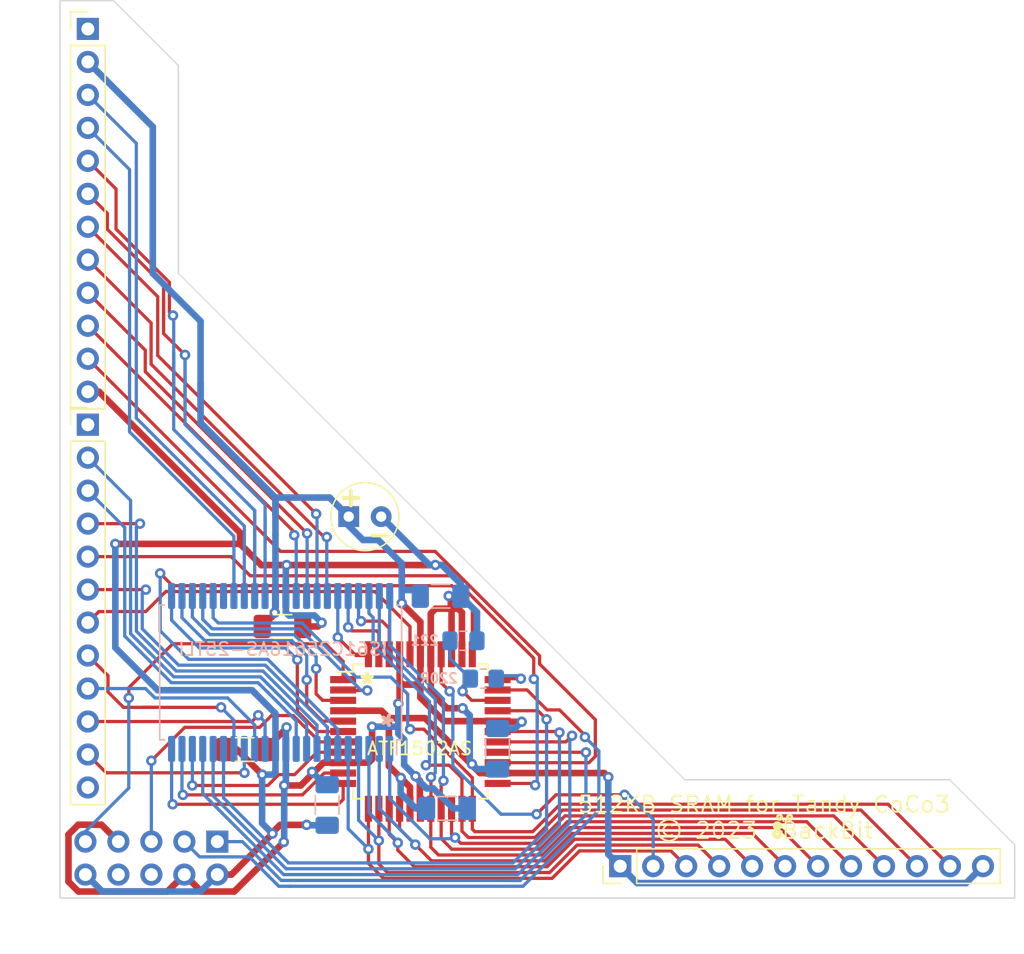
<source format=kicad_pcb>
(kicad_pcb (version 20211014) (generator pcbnew)
  (layers (0 "F.Cu" signal) (31 "B.Cu" signal) (34 "B.Paste" user) (35 "F.Paste" user) (36 "B.SilkS" user "B.Silkscreen") (37 "F.SilkS" user "F.Silkscreen") (38 "B.Mask" user) (39 "F.Mask" user) (44 "Edge.Cuts" user))
  (net 0 "")
  (net 1 "GND")
  (net 2 "VCC")
  (net 3 "Z8")
  (net 4 "Z7")
  (net 5 "Z4")
  (net 6 "Z0")
  (net 7 "Z6")
  (net 8 "Z3")
  (net 9 "Z2")
  (net 10 "Z1")
  (net 11 "~{RAS}")
  (net 12 "D6")
  (net 13 "D4")
  (net 14 "D5")
  (net 15 "D7")
  (net 16 "~{CAS}")
  (net 17 "D0")
  (net 18 "~{WE0}")
  (net 19 "D1")
  (net 20 "D3")
  (net 21 "D2")
  (net 22 "~{WE1}")
  (net 23 "D12")
  (net 24 "D13")
  (net 25 "D15")
  (net 26 "D14")
  (net 27 "D11")
  (net 28 "D10")
  (net 29 "D8")
  (net 30 "D9")
  (net 31 "~{OE}")
  (net 32 "Z5")
  (net 36 "~{CE}")
  (net 37 "~{WE}")
  (net 38 "A8")
  (net 39 "A7")
  (net 40 "A6")
  (net 41 "A5")
  (net 42 "A4")
  (net 43 "A3")
  (net 44 "A2")
  (net 45 "A1")
  (net 46 "A0")
  (net 48 "~{LB}")
  (net 49 "~{UB}")
  (net 50 "TDI")
  (net 51 "TMS")
  (net 52 "TCK")
  (net 53 "Net-(C8-Pad1)")
  (net 54 "TDO")
  (net 56 "Net-(R1-Pad1)")
  (footprint "Capacitor_SMD:C_1206_3216Metric_Pad1.33x1.80mm_HandSolder" (layer "F.Cu") (at 73.87 84.5 180)
    (fp_text reference "C1" hide)
    (fp_text value "0.1uF")
  )
  (footprint "Connector_PinHeader_2.54mm:PinHeader_1x12_P2.54mm_Vertical" (layer "F.Cu") (at 102.79 93.48 90)
    (fp_text reference "CN4" hide)
    (fp_text value "Conn_01x12_Male")
  )
  (footprint "Connector_PinHeader_2.54mm:PinHeader_1x12_P2.54mm_Vertical" (layer "F.Cu") (at 61.79 29)
    (fp_text reference "CN6" hide)
    (fp_text value "Conn_01x12_Male")
  )
  (footprint "Symbols:TQFP-44_10x10mm_P0.8mm" (layer "F.Cu") (at 87.4 83.11)
    (fp_text reference "U2" hide)
    (fp_text value "ATF1502AS")
  )
  (footprint "Connector_PinHeader_2.54mm:PinHeader_1x12_P2.54mm_Vertical" (layer "F.Cu") (at 61.79 59.48)
    (fp_text reference "CN5" hide)
    (fp_text value "Conn_01x12_Male")
  )
  (footprint "Connector_PinHeader_2.54mm:PinHeader_2x05_P2.54mm_Vertical" (layer "F.Cu") (at 71.76 91.59 -90)
    (fp_text reference "J1" hide)
    (fp_text value "AVR-JTAG-10")
  )
  (footprint "Capacitor_SMD:C_1206_3216Metric_Pad1.33x1.80mm_HandSolder" (layer "F.Cu") (at 76.78 75.02)
    (fp_text reference "C6" hide)
    (fp_text value "0.1uF")
  )
  (footprint "Capacitor_THT:CP_Radial_D5.0mm_P2.50mm" (layer "F.Cu") (at 81.88 66.56)
    (fp_text reference "C7" hide)
    (fp_text value "10uF")
  )
  (footprint "Capacitor_SMD:C_1206_3216Metric_Pad1.33x1.80mm_HandSolder" (layer "B.Cu") (at 80.22 88.77 -90)
    (fp_text reference "C3" hide)
    (fp_text value "0.1uF")
  )
  (footprint "Package_SO:TSOP-II-44_10.16x18.41mm_P0.8mm" (layer "B.Cu") (at 76.6375 78.56 90)
    (fp_text reference "U1" hide)
    (fp_text value "IS61C25616AS-25TLI")
  )
  (footprint "Capacitor_SMD:C_1206_3216Metric_Pad1.33x1.80mm_HandSolder" (layer "B.Cu") (at 93.34 84.44 -90)
    (fp_text reference "C2" hide)
    (fp_text value "0.1uF")
  )
  (footprint "Resistor_SMD:R_0805_2012Metric_Pad1.20x1.40mm_HandSolder" (layer "B.Cu") (at 92.24 79.04 180)
    (fp_text reference "R1" hide)
    (fp_text value "220R")
  )
  (footprint "Capacitor_SMD:C_1206_3216Metric_Pad1.33x1.80mm_HandSolder" (layer "B.Cu") (at 88.9575 72.69)
    (fp_text reference "C5" hide)
    (fp_text value "0.1uF")
  )
  (footprint "Capacitor_SMD:C_1206_3216Metric_Pad1.33x1.80mm_HandSolder" (layer "B.Cu") (at 89.44 89.03 180)
    (fp_text reference "C4" hide)
    (fp_text value "0.1uF")
  )
  (footprint "Capacitor_SMD:C_0805_2012Metric_Pad1.18x1.45mm_HandSolder" (layer "B.Cu") (at 90.72 76.12)
    (fp_text reference "C8" hide)
    (fp_text value "221")
  )
  (gr_poly (pts (xy 115.29 90.75) (xy 115.29 91.25) (xy 114.89 91.25) (xy 114.89 90.75)) (layer "F.SilkS") (width 0) (fill solid))
  (gr_circle (center 114.89 90.375) (end 114.84 90.375) (layer "F.SilkS") (width 0.3) (fill none))
  (gr_circle (center 115.84 89.725) (end 115.765 89.725) (layer "F.SilkS") (width 0.2) (fill none))
  (gr_arc (start 115.54 90) (mid 115.62417 89.832502) (end 115.797286 89.760592) (layer "F.SilkS") (width 0.15))
  (gr_poly (pts (xy 115.28 90.175) (xy 115.28 90.575) (xy 114.865 90.575) (xy 114.865 90.175)) (layer "F.SilkS") (width 0) (fill solid))
  (gr_circle (center 114.89 91) (end 114.79 91.025) (layer "F.SilkS") (width 0.3) (fill none))
  (gr_arc (start 115.115228 89.753618) (mid 115.295231 89.820934) (end 115.365 90) (layer "F.SilkS") (width 0.15))
  (gr_circle (center 115.065 89.725) (end 114.99 89.725) (layer "F.SilkS") (width 0.2) (fill none))
  (gr_line (start 59.64 26.82) (end 63.76 26.82) (layer "Edge.Cuts") (width 0.1))
  (gr_line (start 59.64 26.82) (end 59.64 95.94) (layer "Edge.Cuts") (width 0.1))
  (gr_line (start 68.76 47.82) (end 68.76 31.82) (layer "Edge.Cuts") (width 0.1))
  (gr_line (start 128.17 86.82) (end 133.17 91.82) (layer "Edge.Cuts") (width 0.1))
  (gr_line (start 107.76 86.82) (end 128.17 86.82) (layer "Edge.Cuts") (width 0.1))
  (gr_line (start 59.64 95.94) (end 133.17 95.94) (layer "Edge.Cuts") (width 0.1))
  (gr_line (start 133.17 95.94) (end 133.17 91.82) (layer "Edge.Cuts") (width 0.1))
  (gr_line (start 63.76 26.82) (end 68.76 31.82) (layer "Edge.Cuts") (width 0.1))
  (gr_line (start 68.76 47.82) (end 107.76 86.82) (layer "Edge.Cuts") (width 0.1))
  (gr_text "*" (at 84.3775 82.25 270) (layer "B.SilkS") (effects (font (size 1.5 1.5) (thickness 0.3)) (justify mirror)))
  (gr_text "-" (at 84.31 67.9) (layer "F.SilkS") (effects (font (size 1.5 1.5) (thickness 0.3)) (justify mirror)))
  (gr_text "512KB SRAM for Tandy CoCo3\n© 2023  BackBit\n" (at 113.87 89.73) (layer "F.SilkS") (effects (font (size 1.25 1.25))))
  (gr_text "+" (at 82.04 65.02) (layer "F.SilkS") (effects (font (size 1.5 1.5) (thickness 0.3)) (justify mirror)))
  (gr_text "*" (at 83.3 79.485) (layer "F.SilkS") (effects (font (size 1.5 1.5) (thickness 0.3))))
  (segment (start 77.091 70.29) (end 75.14 70.29) (width 0.508) (layer "F.Cu") (net 1))
  (segment (start 73.51 67.8) (end 62.65 56.94) (width 0.508) (layer "F.Cu") (net 1))
  (segment (start 76.007299 90.972701) (end 72.85 94.13) (width 0.508) (layer "F.Cu") (net 1))
  (segment (start 77.091 70.29) (end 85.62 70.29) (width 0.508) (layer "F.Cu") (net 1))
  (segment (start 87.54 70.29) (end 88.06 70.29) (width 0.508) (layer "F.Cu") (net 1))
  (segment (start 62.65 56.94) (end 61.79 56.94) (width 0.508) (layer "F.Cu") (net 1))
  (segment (start 101.56 86.31) (end 101.87 86.62) (width 0.508) (layer "F.Cu") (net 1))
  (segment (start 79.5 75.02) (end 79.792299 74.727701) (width 0.508) (layer "F.Cu") (net 1))
  (segment (start 72.3075 84.5) (end 73.28 84.5) (width 0.508) (layer "F.Cu") (net 1))
  (segment (start 78.3425 75.02) (end 79.5 75.02) (width 0.508) (layer "F.Cu") (net 1))
  (segment (start 89.8 73.71) (end 89.74 73.65) (width 0.508) (layer "F.Cu") (net 1))
  (segment (start 75.14 70.29) (end 73.53 68.68) (width 0.508) (layer "F.Cu") (net 1))
  (segment (start 88.2 77.16) (end 88.2 80.07) (width 0.508) (layer "F.Cu") (net 1))
  (segment (start 84.97 82.08) (end 84.97 85.76) (width 0.508) (layer "F.Cu") (net 1))
  (segment (start 73.28 84.5) (end 75.21 86.43) (width 0.508) (layer "F.Cu") (net 1))
  (segment (start 73.51 68.66) (end 73.53 68.68) (width 0.508) (layer "F.Cu") (net 1))
  (segment (start 87.76 82.08) (end 91.99 86.31) (width 0.508) (layer "F.Cu") (net 1))
  (segment (start 84.97 82.08) (end 87.76 82.08) (width 0.508) (layer "F.Cu") (net 1))
  (segment (start 89.8 77.16) (end 89.8 73.71) (width 0.508) (layer "F.Cu") (net 1))
  (segment (start 101.03 86.31) (end 101.56 86.31) (width 0.508) (layer "F.Cu") (net 1))
  (segment (start 89.25 73.65) (end 88.57 73.65) (width 0.508) (layer "F.Cu") (net 1))
  (segment (start 89.45 81.32) (end 90.65 81.32) (width 0.508) (layer "F.Cu") (net 1))
  (segment (start 89.74 73.65) (end 89.74 72.8255) (width 0.508) (layer "F.Cu") (net 1))
  (segment (start 76.6 90.3) (end 78.64 90.3) (width 0.508) (layer "F.Cu") (net 1))
  (segment (start 86.2 86.99) (end 85.89 86.68) (width 0.508) (layer "F.Cu") (net 1))
  (segment (start 88.2 77.16) (end 88.2 74.02) (width 0.508) (layer "F.Cu") (net 1))
  (segment (start 73.51 68.66) (end 73.51 67.8) (width 0.508) (layer "F.Cu") (net 1))
  (segment (start 90.6 73.94) (end 90.31 73.65) (width 0.508) (layer "F.Cu") (net 1))
  (segment (start 91.99 86.31) (end 93.35 86.31) (width 0.508) (layer "F.Cu") (net 1))
  (segment (start 84.97 85.76) (end 85.89 86.68) (width 0.508) (layer "F.Cu") (net 1))
  (segment (start 89.74 73.65) (end 89.25 73.65) (width 0.508) (layer "F.Cu") (net 1))
  (segment (start 84.4 81.51) (end 81.45 81.51) (width 0.508) (layer "F.Cu") (net 1))
  (segment (start 88.2 80.07) (end 89.45 81.32) (width 0.508) (layer "F.Cu") (net 1))
  (segment (start 86.6 89.06) (end 86.6 87.39) (width 0.508) (layer "F.Cu") (net 1))
  (segment (start 85.62 70.29) (end 87.17 70.29) (width 0.508) (layer "F.Cu") (net 1))
  (segment (start 90.31 73.65) (end 89.74 73.65) (width 0.508) (layer "F.Cu") (net 1))
  (segment (start 86.6 87.39) (end 86.2 86.99) (width 0.508) (layer "F.Cu") (net 1))
  (segment (start 87.54 70.29) (end 88.55 70.29) (width 0.508) (layer "F.Cu") (net 1))
  (segment (start 63.9055 68.66) (end 73.51 68.66) (width 0.508) (layer "F.Cu") (net 1))
  (segment (start 89.74 72.8255) (end 89.5845 72.67) (width 0.508) (layer "F.Cu") (net 1))
  (segment (start 88.55 70.29) (end 88.557701 70.282299) (width 0.508) (layer "F.Cu") (net 1))
  (segment (start 93.35 86.31) (end 101.03 86.31) (width 0.508) (layer "F.Cu") (net 1))
  (segment (start 84.97 82.08) (end 84.4 81.51) (width 0.508) (layer "F.Cu") (net 1))
  (segment (start 76.007299 90.972701) (end 76.007299 90.892701) (width 0.508) (layer "F.Cu") (net 1))
  (segment (start 90.6 77.16) (end 90.6 73.94) (width 0.508) (layer "F.Cu") (net 1))
  (segment (start 76.007299 90.892701) (end 76.6 90.3) (width 0.508) (layer "F.Cu") (net 1))
  (segment (start 72.85 94.13) (end 71.76 94.13) (width 0.508) (layer "F.Cu") (net 1))
  (segment (start 88.2 74.02) (end 88.57 73.65) (width 0.508) (layer "F.Cu") (net 1))
  (segment (start 87.17 70.29) (end 87.54 70.29) (width 0.508) (layer "F.Cu") (net 1))
  (via (at 91.372299 85.617701) (size 0.8) (drill 0.4) (layers "F.Cu" "B.Cu") (net 1))
  (via (at 89.5845 72.67) (size 0.8) (drill 0.4) (layers "F.Cu" "B.Cu") (net 1))
  (via (at 75.21 86.43) (size 0.8) (drill 0.4) (layers "F.Cu" "B.Cu") (net 1))
  (via (at 63.9055 68.66) (size 0.8) (drill 0.4) (layers "F.Cu" "B.Cu") (net 1))
  (via (at 77.091 70.29) (size 0.8) (drill 0.4) (layers "F.Cu" "B.Cu") (net 1))
  (via (at 101.87 86.62) (size 0.8) (drill 0.4) (layers "F.Cu" "B.Cu") (net 1))
  (via (at 90.65 81.32) (size 0.8) (drill 0.4) (layers "F.Cu" "B.Cu") (net 1))
  (via (at 78.64 90.3) (size 0.8) (drill 0.4) (layers "F.Cu" "B.Cu") (net 1))
  (via (at 79.792299 74.727701) (size 0.8) (drill 0.4) (layers "F.Cu" "B.Cu") (net 1))
  (via (at 85.89 86.68) (size 0.8) (drill 0.4) (layers "F.Cu" "B.Cu") (net 1))
  (via (at 88.557701 70.282299) (size 0.8) (drill 0.4) (layers "F.Cu" "B.Cu") (net 1))
  (via (at 76.007299 90.972701) (size 0.8) (drill 0.4) (layers "F.Cu" "B.Cu") (net 1))
  (segment (start 76.2375 84.4475) (end 76.2375 81.7275) (width 0.508) (layer "B.Cu") (net 1))
  (segment (start 101.87 86.62) (end 101.87 92.56) (width 0.508) (layer "B.Cu") (net 1))
  (segment (start 77.0375 72.6725) (end 77.0375 70.3435) (width 0.508) (layer "B.Cu") (net 1))
  (segment (start 91.2 85.445402) (end 91.372299 85.617701) (width 0.508) (layer "B.Cu") (net 1))
  (segment (start 129.426489 94.783511) (end 130.73 93.48) (width 0.508) (layer "B.Cu") (net 1))
  (segment (start 75.21 90.175402) (end 76.007299 90.972701) (width 0.508) (layer "B.Cu") (net 1))
  (segment (start 71.76 94.13) (end 70.456489 95.433511) (width 0.508) (layer "B.Cu") (net 1))
  (segment (start 70.456489 95.433511) (end 62.903511 95.433511) (width 0.508) (layer "B.Cu") (net 1))
  (segment (start 67.179 79.929) (end 63.9055 76.6555) (width 0.508) (layer "B.Cu") (net 1))
  (segment (start 74.635 80.125) (end 74.439 79.929) (width 0.508) (layer "B.Cu") (net 1))
  (segment (start 91.757098 86.0025) (end 91.372299 85.617701) (width 0.508) (layer "B.Cu") (net 1))
  (segment (start 88.557701 70.282299) (end 89.052299 70.282299) (width 0.508) (layer "B.Cu") (net 1))
  (segment (start 79.237518 74.17292) (end 77.28 74.17292) (width 0.508) (layer "B.Cu") (net 1))
  (segment (start 104.093511 94.783511) (end 129.426489 94.783511) (width 0.508) (layer "B.Cu") (net 1))
  (segment (start 85.88 87.87) (end 86.2 88.19) (width 0.508) (layer "B.Cu") (net 1))
  (segment (start 74.439 79.929) (end 67.179 79.929) (width 0.508) (layer "B.Cu") (net 1))
  (segment (start 91.7575 76.12) (end 91.7575 73.9275) (width 0.508) (layer "B.Cu") (net 1))
  (segment (start 76.032952 86.43) (end 76.2375 86.225452) (width 0.508) (layer "B.Cu") (net 1))
  (segment (start 91.2 82.96) (end 91.2 85.445402) (width 0.508) (layer "B.Cu") (net 1))
  (segment (start 88.557701 70.282299) (end 88.102299 70.282299) (width 0.508) (layer "B.Cu") (net 1))
  (segment (start 89.5845 72.67) (end 90.5 72.67) (width 0.508) (layer "B.Cu") (net 1))
  (segment (start 90.5 72.67) (end 90.52 72.69) (width 0.508) (layer "B.Cu") (net 1))
  (segment (start 76.2375 84.4475) (end 76.2375 86.225452) (width 0.508) (layer "B.Cu") (net 1))
  (segment (start 88.557701 70.282299) (end 88.557701 70.237701) (width 0.508) (layer "B.Cu") (net 1))
  (segment (start 85.89 86.68) (end 85.88 86.69) (width 0.508) (layer "B.Cu") (net 1))
  (segment (start 88.102299 70.282299) (end 84.38 66.56) (width 0.508) (layer "B.Cu") (net 1))
  (segment (start 80.22 90.3325) (end 78.6725 90.3325) (width 0.508) (layer "B.Cu") (net 1))
  (segment (start 75.21 86.43) (end 75.21 90.175402) (width 0.508) (layer "B.Cu") (net 1))
  (segment (start 102.79 93.48) (end 104.093511 94.783511) (width 0.508) (layer "B.Cu") (net 1))
  (segment (start 77.0375 72.6725) (end 77.0375 73.93042) (width 0.508) (layer "B.Cu") (net 1))
  (segment (start 75.4 80.89) (end 74.635 80.125) (width 0.508) (layer "B.Cu") (net 1))
  (segment (start 77.0375 73.93042) (end 77.28 74.17292) (width 0.508) (layer "B.Cu") (net 1))
  (segment (start 63.9055 76.6555) (end 63.9055 68.66) (width 0.508) (layer "B.Cu") (net 1))
  (segment (start 89.052299 70.282299) (end 89.435 70.665) (width 0.508) (layer "B.Cu") (net 1))
  (segment (start 91.7575 73.9275) (end 90.52 72.69) (width 0.508) (layer "B.Cu") (net 1))
  (segment (start 87.8775 89.03) (end 87.04 89.03) (width 0.508) (layer "B.Cu") (net 1))
  (segment (start 90.52 71.75) (end 89.435 70.665) (width 0.508) (layer "B.Cu") (net 1))
  (segment (start 62.903511 95.433511) (end 61.6 94.13) (width 0.508) (layer "B.Cu") (net 1))
  (segment (start 90.52 72.69) (end 90.52 71.75) (width 0.508) (layer "B.Cu") (net 1))
  (segment (start 91.2 82.96) (end 91.2 81.87) (width 0.508) (layer "B.Cu") (net 1))
  (segment (start 77.0375 70.3435) (end 77.091 70.29) (width 0.508) (layer "B.Cu") (net 1))
  (segment (start 78.6725 90.3325) (end 78.64 90.3) (width 0.508) (layer "B.Cu") (net 1))
  (segment (start 79.792299 74.727701) (end 79.237518 74.17292) (width 0.508) (layer "B.Cu") (net 1))
  (segment (start 87.04 89.03) (end 86.2 88.19) (width 0.508) (layer "B.Cu") (net 1))
  (segment (start 75.21 86.43) (end 76.032952 86.43) (width 0.508) (layer "B.Cu") (net 1))
  (segment (start 93.34 86.0025) (end 91.757098 86.0025) (width 0.508) (layer "B.Cu") (net 1))
  (segment (start 76.2375 81.7275) (end 75.4 80.89) (width 0.508) (layer "B.Cu") (net 1))
  (segment (start 90.6 72.77) (end 90.52 72.69) (width 0.508) (layer "B.Cu") (net 1))
  (segment (start 91.2 81.87) (end 90.65 81.32) (width 0.508) (layer "B.Cu") (net 1))
  (segment (start 85.88 86.69) (end 85.88 87.87) (width 0.508) (layer "B.Cu") (net 1))
  (segment (start 101.87 92.56) (end 102.79 93.48) (width 0.508) (layer "B.Cu") (net 1))
  (segment (start 86.04 79.5) (end 87.4 79.5) (width 0.508) (layer "F.Cu") (net 2))
  (segment (start 77.091 82.79) (end 77.091 82.8415) (width 0.508) (layer "F.Cu") (net 2))
  (segment (start 87.4 80.5) (end 87.4 79.5) (width 0.508) (layer "F.Cu") (net 2))
  (segment (start 87.4 89.06) (end 87.359704 89.019704) (width 0.508) (layer "F.Cu") (net 2))
  (segment (start 95.2 82.36) (end 93.4 82.36) (width 0.508) (layer "F.Cu") (net 2))
  (segment (start 60.296489 94.669933) (end 61.060067 95.433511) (width 0.508) (layer "F.Cu") (net 2))
  (segment (start 87.4 79.5) (end 87.4 77.16) (width 0.508) (layer "F.Cu") (net 2))
  (segment (start 60.296489 91.047031) (end 60.296489 94.669933) (width 0.508) (layer "F.Cu") (net 2))
  (segment (start 76.180268 74.057232) (end 75.2175 75.02) (width 0.508) (layer "F.Cu") (net 2))
  (segment (start 77.091 82.8415) (end 75.4325 84.5) (width 0.508) (layer "F.Cu") (net 2))
  (segment (start 85.7 80.96) (end 85.8 80.86) (width 0.508) (layer "F.Cu") (net 2))
  (segment (start 81.45 85.51) (end 79.94 85.51) (width 0.508) (layer "F.Cu") (net 2))
  (segment (start 64.14 91.59) (end 62.836489 90.286489) (width 0.508) (layer "F.Cu") (net 2))
  (segment (start 73.066489 95.433511) (end 70.523511 95.433511) (width 0.508) (layer "F.Cu") (net 2))
  (segment (start 62.836489 90.286489) (end 61.057031 90.286489) (width 0.508) (layer "F.Cu") (net 2))
  (segment (start 81.45 85.51) (end 83.41 85.51) (width 0.508) (layer "F.Cu") (net 2))
  (segment (start 93.4 82.36) (end 93.35 82.31) (width 0.508) (layer "F.Cu") (net 2))
  (segment (start 89.21 82.31) (end 87.4 80.5) (width 0.508) (layer "F.Cu") (net 2))
  (segment (start 76.88 91.62) (end 73.066489 95.433511) (width 0.508) (layer "F.Cu") (net 2))
  (segment (start 85.8 79.26) (end 86.04 79.5) (width 0.508) (layer "F.Cu") (net 2))
  (segment (start 83.68 85.24) (end 83.68 82.74) (width 0.508) (layer "F.Cu") (net 2))
  (segment (start 85.8 80.86) (end 85.8 79.26) (width 0.508) (layer "F.Cu") (net 2))
  (segment (start 76.180268 73.9555) (end 76.180268 74.057232) (width 0.508) (layer "F.Cu") (net 2))
  (segment (start 87.359704 86.899704) (end 87.025 86.565) (width 0.508) (layer "F.Cu") (net 2))
  (segment (start 87.359704 89.019704) (end 87.359704 86.899704) (width 0.508) (layer "F.Cu") (net 2))
  (segment (start 87.4 77.16) (end 87.4 74.668919) (width 0.508) (layer "F.Cu") (net 2))
  (segment (start 61.060067 95.433511) (end 67.916489 95.433511) (width 0.508) (layer "F.Cu") (net 2))
  (segment (start 87.025 86.565) (end 87.025 86.555) (width 0.508) (layer "F.Cu") (net 2))
  (segment (start 67.916489 95.433511) (end 69.22 94.13) (width 0.508) (layer "F.Cu") (net 2))
  (segment (start 93.35 82.31) (end 89.21 82.31) (width 0.508) (layer "F.Cu") (net 2))
  (segment (start 78.1835 87.2665) (end 76.91 87.2665) (width 0.508) (layer "F.Cu") (net 2))
  (segment (start 85.8 77.16) (end 85.8 79.26) (width 0.508) (layer "F.Cu") (net 2))
  (segment (start 83.41 85.51) (end 83.68 85.24) (width 0.508) (layer "F.Cu") (net 2))
  (segment (start 61.057031 90.286489) (end 60.296489 91.047031) (width 0.508) (layer "F.Cu") (net 2))
  (segment (start 79.94 85.51) (end 78.1835 87.2665) (width 0.508) (layer "F.Cu") (net 2))
  (segment (start 87.4 74.668919) (end 85.964306 73.233225) (width 0.508) (layer "F.Cu") (net 2))
  (segment (start 70.523511 95.433511) (end 69.22 94.13) (width 0.508) (layer "F.Cu") (net 2))
  (via (at 83.68 82.74) (size 0.8) (drill 0.4) (layers "F.Cu" "B.Cu") (net 2))
  (via (at 95.2 82.36) (size 0.8) (drill 0.4) (layers "F.Cu" "B.Cu") (net 2))
  (via (at 79.057701 86.217701) (size 0.8) (drill 0.4) (layers "F.Cu" "B.Cu") (net 2))
  (via (at 76.180268 73.9555) (size 0.8) (drill 0.4) (layers "F.Cu" "B.Cu") (net 2))
  (via (at 76.88 91.62) (size 0.8) (drill 0.4) (layers "F.Cu" "B.Cu") (net 2))
  (via (at 85.7 80.96) (size 0.8) (drill 0.4) (layers "F.Cu" "B.Cu") (net 2))
  (via (at 85.964306 73.233225) (size 0.8) (drill 0.4) (layers "F.Cu" "B.Cu") (net 2))
  (via (at 76.91 87.2665) (size 0.8) (drill 0.4) (layers "F.Cu" "B.Cu") (net 2))
  (via (at 87.025 86.555) (size 0.8) (drill 0.4) (layers "F.Cu" "B.Cu") (net 2))
  (via (at 77.091 82.79) (size 0.8) (drill 0.4) (layers "F.Cu" "B.Cu") (net 2))
  (segment (start 84.15 68.36) (end 82.98 68.36) (width 0.508) (layer "B.Cu") (net 2))
  (segment (start 80.0475 87.2075) (end 79.057701 86.217701) (width 0.508) (layer "B.Cu") (net 2))
  (segment (start 85.964306 73.233225) (end 85.964306 72.215694) (width 0.508) (layer "B.Cu") (net 2))
  (segment (start 76.2375 66.3525) (end 76.2375 65.0975) (width 0.508) (layer "B.Cu") (net 2))
  (segment (start 70.47 57.51) (end 70.47 56.33) (width 0.508) (layer "B.Cu") (net 2))
  (segment (start 86.15 85.68) (end 86.15 83.724172) (width 0.508) (layer "B.Cu") (net 2))
  (segment (start 76.2375 66.0975) (end 76.2375 65.0925) (width 0.508) (layer "B.Cu") (net 2))
  (segment (start 70.47 51.51) (end 66.79 47.83) (width 0.508) (layer "B.Cu") (net 2))
  (segment (start 89.934927 89.03) (end 88.394927 87.49) (width 0.508) (layer "B.Cu") (net 2))
  (segment (start 66.79 36.54) (end 61.79 31.54) (width 0.508) (layer "B.Cu") (net 2))
  (segment (start 77.0375 87.139) (end 76.91 87.2665) (width 0.508) (layer "B.Cu") (net 2))
  (segment (start 76.2375 66.3525) (end 76.2375 66.0975) (width 0.508) (layer "B.Cu") (net 2))
  (segment (start 85.7 83.274172) (end 85.7 82.61) (width 0.508) (layer "B.Cu") (net 2))
  (segment (start 87.871383 87.49) (end 87.665691 87.284309) (width 0.508) (layer "B.Cu") (net 2))
  (segment (start 76.91 91.59) (end 76.88 91.62) (width 0.508) (layer "B.Cu") (net 2))
  (segment (start 85.57 82.74) (end 85.7 82.61) (width 0.508) (layer "B.Cu") (net 2))
  (segment (start 66.79 47.83) (end 66.79 36.54) (width 0.508) (layer "B.Cu") (net 2))
  (segment (start 87.025 86.643618) (end 87.025 86.555) (width 0.508) (layer "B.Cu") (net 2))
  (segment (start 91.0025 89.03) (end 89.934927 89.03) (width 0.508) (layer "B.Cu") (net 2))
  (segment (start 76.2375 72.6725) (end 76.2375 73.898268) (width 0.508) (layer "B.Cu") (net 2))
  (segment (start 76.2375 65.0975) (end 70.47 59.33) (width 0.508) (layer "B.Cu") (net 2))
  (segment (start 76.2375 67.9625) (end 76.2375 66.3525) (width 0.508) (layer "B.Cu") (net 2))
  (segment (start 87.025 86.555) (end 86.15 85.68) (width 0.508) (layer "B.Cu") (net 2))
  (segment (start 83.68 82.74) (end 85.57 82.74) (width 0.508) (layer "B.Cu") (net 2))
  (segment (start 80.4125 65.0925) (end 79.5275 65.0925) (width 0.508) (layer "B.Cu") (net 2))
  (segment (start 70.47 56.33) (end 70.47 51.51) (width 0.508) (layer "B.Cu") (net 2))
  (segment (start 81.88 67.26) (end 81.88 66.56) (width 0.508) (layer "B.Cu") (net 2))
  (segment (start 80.22 87.2075) (end 80.0475 87.2075) (width 0.508) (layer "B.Cu") (net 2))
  (segment (start 86.920694 72.215694) (end 87.395 72.69) (width 0.508) (layer "B.Cu") (net 2))
  (segment (start 77.0375 84.4475) (end 77.0375 82.8435) (width 0.508) (layer "B.Cu") (net 2))
  (segment (start 85.964306 70.174306) (end 84.15 68.36) (width 0.508) (layer "B.Cu") (net 2))
  (segment (start 86.15 83.724172) (end 85.7 83.274172) (width 0.508) (layer "B.Cu") (net 2))
  (segment (start 81.88 66.56) (end 80.4125 65.0925) (width 0.508) (layer "B.Cu") (net 2))
  (segment (start 85.964306 72.215694) (end 85.964306 71.565694) (width 0.508) (layer "B.Cu") (net 2))
  (segment (start 85.964306 71.565694) (end 85.964306 70.174306) (width 0.508) (layer "B.Cu") (net 2))
  (segment (start 87.665691 87.284309) (end 87.025 86.643618) (width 0.508) (layer "B.Cu") (net 2))
  (segment (start 82.98 68.36) (end 81.88 67.26) (width 0.508) (layer "B.Cu") (net 2))
  (segment (start 77.0375 82.8435) (end 77.091 82.79) (width 0.508) (layer "B.Cu") (net 2))
  (segment (start 76.2375 72.6725) (end 76.2375 67.9625) (width 0.508) (layer "B.Cu") (net 2))
  (segment (start 87.871382 87.49) (end 87.665691 87.284309) (width 0.508) (layer "B.Cu") (net 2))
  (segment (start 70.47 59.33) (end 70.47 56.33) (width 0.508) (layer "B.Cu") (net 2))
  (segment (start 94.6825 82.8775) (end 95.2 82.36) (width 0.508) (layer "B.Cu") (net 2))
  (segment (start 76.91 87.2665) (end 76.91 91.59) (width 0.508) (layer "B.Cu") (net 2))
  (segment (start 88.394927 87.49) (end 87.871382 87.49) (width 0.508) (layer "B.Cu") (net 2))
  (segment (start 85.964306 71.565694) (end 85.964306 70.144306) (width 0.508) (layer "B.Cu") (net 2))
  (segment (start 76.2375 65.0925) (end 79.5275 65.0925) (width 0.508) (layer "B.Cu") (net 2))
  (segment (start 85.964306 72.215694) (end 86.920694 72.215694) (width 0.508) (layer "B.Cu") (net 2))
  (segment (start 77.0375 84.4475) (end 77.0375 86.1375) (width 0.508) (layer "B.Cu") (net 2))
  (segment (start 93.34 82.8775) (end 94.6825 82.8775) (width 0.508) (layer "B.Cu") (net 2))
  (segment (start 77.0375 86.1375) (end 77.0375 86.6325) (width 0.508) (layer "B.Cu") (net 2))
  (segment (start 80.8925 65.5725) (end 81.88 66.56) (width 0.508) (layer "B.Cu") (net 2))
  (segment (start 85.7 82.61) (end 85.7 80.96) (width 0.508) (layer "B.Cu") (net 2))
  (segment (start 76.2375 73.898268) (end 76.180268 73.9555) (width 0.508) (layer "B.Cu") (net 2))
  (segment (start 77.0375 86.1375) (end 77.0375 87.139) (width 0.508) (layer "B.Cu") (net 2))
  (segment (start 123.419329 88.709329) (end 128.19 93.48) (width 0.25) (layer "F.Cu") (net 3))
  (segment (start 90.035 85.305) (end 89.71 84.98) (width 0.25) (layer "F.Cu") (net 3))
  (segment (start 91.59384 90.82384) (end 96.050419 90.82384) (width 0.25) (layer "F.Cu") (net 3))
  (segment (start 91.4 86.67) (end 90.035 85.305) (width 0.25) (layer "F.Cu") (net 3))
  (segment (start 96.050419 90.82384) (end 98.164931 88.709329) (width 0.25) (layer "F.Cu") (net 3))
  (segment (start 91.4 90.63) (end 91.59384 90.82384) (width 0.25) (layer "F.Cu") (net 3))
  (segment (start 90.035 85.305) (end 87.6635 82.9335) (width 0.25) (layer "F.Cu") (net 3))
  (segment (start 87.6635 82.9335) (end 86.6055 82.9335) (width 0.25) (layer "F.Cu") (net 3))
  (segment (start 91.4 89.06) (end 91.4 86.67) (width 0.25) (layer "F.Cu") (net 3))
  (segment (start 91.4 89.06) (end 91.4 90.63) (width 0.25) (layer "F.Cu") (net 3))
  (segment (start 98.164931 88.709329) (end 123.419329 88.709329) (width 0.25) (layer "F.Cu") (net 3))
  (via (at 86.6055 82.9335) (size 0.8) (drill 0.4) (layers "F.Cu" "B.Cu") (net 3))
  (segment (start 82.455718 78.92) (end 78.287157 74.75144) (width 0.25) (layer "B.Cu") (net 3))
  (segment (start 85.114614 78.92) (end 82.455718 78.92) (width 0.25) (layer "B.Cu") (net 3))
  (segment (start 86.6055 82.9335) (end 86.424511 82.752511) (width 0.25) (layer "B.Cu") (net 3))
  (segment (start 78.287157 74.75144) (end 71.83144 74.75144) (width 0.25) (layer "B.Cu") (net 3))
  (segment (start 86.424511 82.752511) (end 86.424511 80.229897) (width 0.25) (layer "B.Cu") (net 3))
  (segment (start 86.424511 80.229897) (end 85.114614 78.92) (width 0.25) (layer "B.Cu") (net 3))
  (segment (start 71.4375 74.3575) (end 71.4375 72.6725) (width 0.25) (layer "B.Cu") (net 3))
  (segment (start 71.83144 74.75144) (end 71.4375 74.3575) (width 0.25) (layer "B.Cu") (net 3))
  (segment (start 89.6145 85.7045) (end 87.823239 85.7045) (width 0.25) (layer "F.Cu") (net 4))
  (segment (start 91.09336 91.27336) (end 90.6 90.78) (width 0.25) (layer "F.Cu") (net 4))
  (segment (start 90.6 86.69) (end 89.6145 85.7045) (width 0.25) (layer "F.Cu") (net 4))
  (segment (start 90.6 90.78) (end 90.6 89.06) (width 0.25) (layer "F.Cu") (net 4))
  (segment (start 90.6 89.06) (end 90.6 86.69) (width 0.25) (layer "F.Cu") (net 4))
  (segment (start 98.351128 89.158849) (end 96.236617 91.27336) (width 0.25) (layer "F.Cu") (net 4))
  (segment (start 121.328849 89.158849) (end 98.351128 89.158849) (width 0.25) (layer "F.Cu") (net 4))
  (segment (start 125.65 93.48) (end 121.328849 89.158849) (width 0.25) (layer "F.Cu") (net 4))
  (segment (start 96.236617 91.27336) (end 91.09336 91.27336) (width 0.25) (layer "F.Cu") (net 4))
  (via (at 87.823239 85.7045) (size 0.8) (drill 0.4) (layers "F.Cu" "B.Cu") (net 4))
  (segment (start 88.09823 85.429509) (end 88.09823 80.79823) (width 0.25) (layer "B.Cu") (net 4))
  (segment (start 83.4375 74.0075) (end 83.4375 72.6725) (width 0.25) (layer "B.Cu") (net 4))
  (segment (start 83.76 76.46) (end 83.76 74.33) (width 0.25) (layer "B.Cu") (net 4))
  (segment (start 88.09823 80.79823) (end 83.76 76.46) (width 0.25) (layer "B.Cu") (net 4))
  (segment (start 87.823239 85.7045) (end 88.09823 85.429509) (width 0.25) (layer "B.Cu") (net 4))
  (segment (start 83.76 74.33) (end 83.4375 74.0075) (width 0.25) (layer "B.Cu") (net 4))
  (segment (start 119.238369 89.608369) (end 123.11 93.48) (width 0.25) (layer "F.Cu") (net 5))
  (segment (start 98.537325 89.608369) (end 119.238369 89.608369) (width 0.25) (layer "F.Cu") (net 5))
  (segment (start 89.8 89.06) (end 89.8 91.01) (width 0.25) (layer "F.Cu") (net 5))
  (segment (start 90.07 91.28) (end 90.51288 91.72288) (width 0.25) (layer "F.Cu") (net 5))
  (segment (start 89.8 91.01) (end 90.07 91.28) (width 0.25) (layer "F.Cu") (net 5))
  (segment (start 90.51288 91.72288) (end 96.422812 91.72288) (width 0.25) (layer "F.Cu") (net 5))
  (segment (start 96.422812 91.72288) (end 98.537325 89.608369) (width 0.25) (layer "F.Cu") (net 5))
  (via (at 90.07 91.28) (size 0.8) (drill 0.4) (layers "F.Cu" "B.Cu") (net 5))
  (segment (start 89.98 91.37) (end 90.07 91.28) (width 0.25) (layer "B.Cu") (net 5))
  (segment (start 88.13 91.37) (end 89.98 91.37) (width 0.25) (layer "B.Cu") (net 5))
  (segment (start 85.0375 88.2775) (end 88.13 91.37) (width 0.25) (layer "B.Cu") (net 5))
  (segment (start 85.0375 84.4475) (end 85.0375 88.2775) (width 0.25) (layer "B.Cu") (net 5))
  (segment (start 83.4 93.27) (end 83.4 92.16) (width 0.25) (layer "F.Cu") (net 6))
  (segment (start 84.55 94.42) (end 83.4 93.27) (width 0.25) (layer "F.Cu") (net 6))
  (segment (start 106.695489 92.305489) (end 99.654511 92.305489) (width 0.25) (layer "F.Cu") (net 6))
  (segment (start 84.55 94.42) (end 97.54 94.42) (width 0.25) (layer "F.Cu") (net 6))
  (segment (start 107.87 93.48) (end 106.695489 92.305489) (width 0.25) (layer "F.Cu") (net 6))
  (segment (start 99.654511 92.305489) (end 97.54 94.42) (width 0.25) (layer "F.Cu") (net 6))
  (segment (start 83.4 92.16) (end 83.4 89.06) (width 0.25) (layer "F.Cu") (net 6))
  (via (at 83.4 92.16) (size 0.8) (drill 0.4) (layers "F.Cu" "B.Cu") (net 6))
  (segment (start 81.8375 84.4475) (end 81.8375 90.5975) (width 0.25) (layer "B.Cu") (net 6))
  (segment (start 81.8375 90.5975) (end 83.4 92.16) (width 0.25) (layer "B.Cu") (net 6))
  (segment (start 96.795208 92.62192) (end 98.90972 90.507409) (width 0.25) (layer "F.Cu") (net 7))
  (segment (start 88.2 92.02192) (end 88.8 92.62192) (width 0.25) (layer "F.Cu") (net 7))
  (segment (start 115.057409 90.507409) (end 118.03 93.48) (width 0.25) (layer "F.Cu") (net 7))
  (segment (start 88.213215 89.046785) (end 88.2 89.06) (width 0.25) (layer "F.Cu") (net 7))
  (segment (start 88.2 89.06) (end 88.2 92.02192) (width 0.25) (layer "F.Cu") (net 7))
  (segment (start 88.8 92.62192) (end 96.795208 92.62192) (width 0.25) (layer "F.Cu") (net 7))
  (segment (start 88.213215 86.624784) (end 88.213215 89.046785) (width 0.25) (layer "F.Cu") (net 7))
  (segment (start 98.90972 90.507409) (end 115.057409 90.507409) (width 0.25) (layer "F.Cu") (net 7))
  (via (at 88.213215 86.624784) (size 0.8) (drill 0.4) (layers "F.Cu" "B.Cu") (net 7))
  (segment (start 88.54775 86.290249) (end 88.213215 86.624784) (width 0.25) (layer "B.Cu") (net 7))
  (segment (start 88.54775 80.612032) (end 88.54775 86.290249) (width 0.25) (layer "B.Cu") (net 7))
  (segment (start 84.2375 76.301782) (end 88.54775 80.612032) (width 0.25) (layer "B.Cu") (net 7))
  (segment (start 84.2375 72.6725) (end 84.2375 76.301782) (width 0.25) (layer "B.Cu") (net 7))
  (segment (start 87.01 91.82) (end 85.8 90.61) (width 0.25) (layer "F.Cu") (net 8))
  (segment (start 87.01 91.82) (end 88.26144 93.07144) (width 0.25) (layer "F.Cu") (net 8))
  (segment (start 96.981406 93.07144) (end 99.095917 90.956929) (width 0.25) (layer "F.Cu") (net 8))
  (segment (start 96.981406 93.07144) (end 88.83856 93.07144) (width 0.25) (layer "F.Cu") (net 8))
  (segment (start 112.966929 90.956929) (end 115.49 93.48) (width 0.25) (layer "F.Cu") (net 8))
  (segment (start 99.095917 90.956929) (end 112.966929 90.956929) (width 0.25) (layer "F.Cu") (net 8))
  (segment (start 85.8 90.61) (end 85.8 89.06) (width 0.25) (layer "F.Cu") (net 8))
  (segment (start 88.26144 93.07144) (end 88.83856 93.07144) (width 0.25) (layer "F.Cu") (net 8))
  (via (at 87.01 91.82) (size 0.8) (drill 0.4) (layers "F.Cu" "B.Cu") (net 8))
  (segment (start 84.2375 88.7375) (end 84.2375 89.0475) (width 0.25) (layer "B.Cu") (net 8))
  (segment (start 84.2375 89.0475) (end 87.01 91.82) (width 0.25) (layer "B.Cu") (net 8))
  (segment (start 84.2375 84.4475) (end 84.2375 88.7375) (width 0.25) (layer "B.Cu") (net 8))
  (segment (start 99.282115 91.406449) (end 110.876449 91.406449) (width 0.25) (layer "F.Cu") (net 9))
  (segment (start 88.37096 93.52096) (end 97.167604 93.52096) (width 0.25) (layer "F.Cu") (net 9))
  (segment (start 85.66 92.25) (end 86.93096 93.52096) (width 0.25) (layer "F.Cu") (net 9))
  (segment (start 85 91.02) (end 85.66 91.68) (width 0.25) (layer "F.Cu") (net 9))
  (segment (start 85.66 91.68) (end 85.66 92.25) (width 0.25) (layer "F.Cu") (net 9))
  (segment (start 85 89.06) (end 85 91.02) (width 0.25) (layer "F.Cu") (net 9))
  (segment (start 86.93096 93.52096) (end 88.37096 93.52096) (width 0.25) (layer "F.Cu") (net 9))
  (segment (start 97.167604 93.52096) (end 99.282115 91.406449) (width 0.25) (layer "F.Cu") (net 9))
  (segment (start 110.876449 91.406449) (end 112.95 93.48) (width 0.25) (layer "F.Cu") (net 9))
  (via (at 85.66 91.68) (size 0.8) (drill 0.4) (layers "F.Cu" "B.Cu") (net 9))
  (segment (start 83.4375 89.35987) (end 83.593815 89.516185) (width 0.25) (layer "B.Cu") (net 9))
  (segment (start 83.593815 89.516185) (end 85.66 91.58237) (width 0.25) (layer "B.Cu") (net 9))
  (segment (start 85.66 91.58237) (end 85.66 91.68) (width 0.25) (layer "B.Cu") (net 9))
  (segment (start 83.593815 89.516185) (end 85.028436 90.950806) (width 0.25) (layer "B.Cu") (net 9))
  (segment (start 83.4375 84.4475) (end 83.4375 89.35987) (width 0.25) (layer "B.Cu") (net 9))
  (segment (start 97.353802 93.97048) (end 84.86048 93.97048) (width 0.25) (layer "F.Cu") (net 10))
  (segment (start 99.468313 91.855969) (end 108.785969 91.855969) (width 0.25) (layer "F.Cu") (net 10))
  (segment (start 108.785969 91.855969) (end 110.41 93.48) (width 0.25) (layer "F.Cu") (net 10))
  (segment (start 97.353802 93.97048) (end 99.468313 91.855969) (width 0.25) (layer "F.Cu") (net 10))
  (segment (start 84.2 93.31) (end 84.86048 93.97048) (width 0.25) (layer "F.Cu") (net 10))
  (segment (start 84.2 91.51) (end 84.2 93.31) (width 0.25) (layer "F.Cu") (net 10))
  (segment (start 84.2 89.06) (end 84.2 91.51) (width 0.25) (layer "F.Cu") (net 10))
  (via (at 84.2 91.51) (size 0.8) (drill 0.4) (layers "F.Cu" "B.Cu") (net 10))
  (segment (start 82.6375 84.4475) (end 82.6375 89.9475) (width 0.25) (layer "B.Cu") (net 10))
  (segment (start 82.6375 89.9475) (end 84.2 91.51) (width 0.25) (layer "B.Cu") (net 10))
  (segment (start 100.425171 87.984829) (end 97.845171 87.984829) (width 0.25) (layer "F.Cu") (net 11))
  (segment (start 89 79.355713) (end 89 77.16) (width 0.25) (layer "F.Cu") (net 11))
  (segment (start 89.650505 80.006218) (end 89 79.355713) (width 0.25) (layer "F.Cu") (net 11))
  (segment (start 97.845171 87.984829) (end 96.35 89.48) (width 0.25) (layer "F.Cu") (net 11))
  (segment (start 100.425171 87.984829) (end 103.125171 87.984829) (width 0.25) (layer "F.Cu") (net 11))
  (via (at 89.650505 80.006218) (size 0.8) (drill 0.4) (layers "F.Cu" "B.Cu") (net 11))
  (via (at 103.125171 87.984829) (size 0.8) (drill 0.4) (layers "F.Cu" "B.Cu") (net 11))
  (via (at 96.35 89.48) (size 0.8) (drill 0.4) (layers "F.Cu" "B.Cu") (net 11))
  (segment (start 105.33 89.86) (end 103.454829 87.984829) (width 0.25) (layer "B.Cu") (net 11))
  (segment (start 89.899419 85.769419) (end 89.899419 82.960581) (width 0.25) (layer "B.Cu") (net 11))
  (segment (start 89.899419 80.255132) (end 89.650505 80.006218) (width 0.25) (layer "B.Cu") (net 11))
  (segment (start 89.899419 81.650581) (end 89.899419 80.255132) (width 0.25) (layer "B.Cu") (net 11))
  (segment (start 103.454829 87.984829) (end 103.125171 87.984829) (width 0.25) (layer "B.Cu") (net 11))
  (segment (start 96.35 89.48) (end 93.61 89.48) (width 0.25) (layer "B.Cu") (net 11))
  (segment (start 105.33 93.48) (end 105.33 89.86) (width 0.25) (layer "B.Cu") (net 11))
  (segment (start 89.899419 82.960581) (end 89.899419 81.650581) (width 0.25) (layer "B.Cu") (net 11))
  (segment (start 93.61 89.48) (end 89.899419 85.769419) (width 0.25) (layer "B.Cu") (net 11))
  (segment (start 63.2 86.29) (end 61.79 84.88) (width 0.25) (layer "F.Cu") (net 12))
  (segment (start 73.85 86.29) (end 63.2 86.29) (width 0.25) (layer "F.Cu") (net 12))
  (via (at 73.85 86.29) (size 0.8) (drill 0.4) (layers "F.Cu" "B.Cu") (net 12))
  (segment (start 73.8375 84.4475) (end 73.8375 86.2775) (width 0.25) (layer "B.Cu") (net 12))
  (segment (start 73.8375 86.2775) (end 73.85 86.29) (width 0.25) (layer "B.Cu") (net 12))
  (segment (start 74.912299 81.857701) (end 74.43 82.34) (width 0.25) (layer "F.Cu") (net 13))
  (segment (start 74.43 82.34) (end 73.35 82.34) (width 0.25) (layer "F.Cu") (net 13))
  (segment (start 73.35 82.34) (end 61.79 82.34) (width 0.25) (layer "F.Cu") (net 13))
  (via (at 74.912299 81.857701) (size 0.8) (drill 0.4) (layers "F.Cu" "B.Cu") (net 13))
  (segment (start 75.4375 84.4475) (end 75.4375 82.382902) (width 0.25) (layer "B.Cu") (net 13))
  (segment (start 75.4375 82.382902) (end 74.912299 81.857701) (width 0.25) (layer "B.Cu") (net 13))
  (segment (start 61.35 80.24) (end 61.79 79.8) (width 0.25) (layer "F.Cu") (net 14))
  (segment (start 74.6375 82.6075) (end 72.555489 80.525489) (width 0.25) (layer "B.Cu") (net 14))
  (segment (start 72.555489 80.525489) (end 66.955489 80.525489) (width 0.25) (layer "B.Cu") (net 14))
  (segment (start 61.79 79.8) (end 66.23 79.8) (width 0.25) (layer "B.Cu") (net 14))
  (segment (start 66.23 79.8) (end 66.955489 80.525489) (width 0.25) (layer "B.Cu") (net 14))
  (segment (start 74.6375 84.4475) (end 74.6375 82.6075) (width 0.25) (layer "B.Cu") (net 14))
  (segment (start 72.05 81.25) (end 67.22 81.25) (width 0.25) (layer "F.Cu") (net 15))
  (segment (start 67.22 81.25) (end 64.53 81.25) (width 0.25) (layer "F.Cu") (net 15))
  (segment (start 63.34 78.81) (end 61.79 77.26) (width 0.25) (layer "F.Cu") (net 15))
  (segment (start 67.22 81.25) (end 66.02 81.25) (width 0.25) (layer "F.Cu") (net 15))
  (segment (start 63.34 80.06) (end 63.34 78.81) (width 0.25) (layer "F.Cu") (net 15))
  (segment (start 64.53 81.25) (end 63.34 80.06) (width 0.25) (layer "F.Cu") (net 15))
  (via (at 72.05 81.25) (size 0.8) (drill 0.4) (layers "F.Cu" "B.Cu") (net 15))
  (segment (start 73.0375 82.2375) (end 72.05 81.25) (width 0.25) (layer "B.Cu") (net 15))
  (segment (start 73.0375 84.4475) (end 73.0375 82.2375) (width 0.25) (layer "B.Cu") (net 15))
  (segment (start 86.6 75.03) (end 83.89952 72.32952) (width 0.25) (layer "F.Cu") (net 16))
  (segment (start 86.6 77.16) (end 86.6 75.03) (width 0.25) (layer "F.Cu") (net 16))
  (segment (start 62.64 73.87) (end 61.79 74.72) (width 0.25) (layer "F.Cu") (net 16))
  (segment (start 83.89952 72.32952) (end 67.79048 72.32952) (width 0.25) (layer "F.Cu") (net 16))
  (segment (start 66.25 73.87) (end 62.64 73.87) (width 0.25) (layer "F.Cu") (net 16))
  (segment (start 67.79048 72.32952) (end 66.25 73.87) (width 0.25) (layer "F.Cu") (net 16))
  (segment (start 65.49 72.18) (end 66.25354 72.18) (width 0.25) (layer "F.Cu") (net 17))
  (segment (start 65.49 72.18) (end 61.79 72.18) (width 0.25) (layer "F.Cu") (net 17))
  (via (at 66.25354 72.18) (size 0.8) (drill 0.4) (layers "F.Cu" "B.Cu") (net 17))
  (segment (start 65.97856 72.45498) (end 66.25354 72.18) (width 0.25) (layer "B.Cu") (net 17))
  (segment (start 65.97856 75.201406) (end 65.97856 72.45498) (width 0.25) (layer "B.Cu") (net 17))
  (segment (start 80.2375 82.780349) (end 75.488575 78.031425) (width 0.25) (layer "B.Cu") (net 17))
  (segment (start 75.488575 78.031425) (end 75.459071 78.00192) (width 0.25) (layer "B.Cu") (net 17))
  (segment (start 80.2375 84.4475) (end 80.2375 82.780349) (width 0.25) (layer "B.Cu") (net 17))
  (segment (start 68.779074 78.00192) (end 65.97856 75.201406) (width 0.25) (layer "B.Cu") (net 17))
  (segment (start 75.459071 78.00192) (end 68.779074 78.00192) (width 0.25) (layer "B.Cu") (net 17))
  (segment (start 96.13 79.056565) (end 96.139171 79.065736) (width 0.25) (layer "F.Cu") (net 18))
  (segment (start 96.11 87.11) (end 93.35 87.11) (width 0.25) (layer "F.Cu") (net 18))
  (segment (start 74.294511 71.114511) (end 89.778793 71.114511) (width 0.25) (layer "F.Cu") (net 18))
  (segment (start 89.778793 71.114511) (end 96.13 77.465718) (width 0.25) (layer "F.Cu") (net 18))
  (segment (start 72.82 69.64) (end 74.294511 71.114511) (width 0.25) (layer "F.Cu") (net 18))
  (segment (start 96.13 77.465718) (end 96.13 79.056565) (width 0.25) (layer "F.Cu") (net 18))
  (segment (start 61.79 69.64) (end 72.82 69.64) (width 0.25) (layer "F.Cu") (net 18))
  (segment (start 96.24 87.24) (end 96.11 87.11) (width 0.25) (layer "F.Cu") (net 18))
  (via (at 96.139171 79.065736) (size 0.8) (drill 0.4) (layers "F.Cu" "B.Cu") (net 18))
  (via (at 96.24 87.24) (size 0.8) (drill 0.4) (layers "F.Cu" "B.Cu") (net 18))
  (segment (start 96.39319 81.79681) (end 96.39319 82.20319) (width 0.25) (layer "B.Cu") (net 18))
  (segment (start 96.39319 82.20319) (end 96.39319 82.70319) (width 0.25) (layer "B.Cu") (net 18))
  (segment (start 96.39319 82.70319) (end 96.39319 87.08681) (width 0.25) (layer "B.Cu") (net 18))
  (segment (start 96.39319 87.08681) (end 96.24 87.24) (width 0.25) (layer "B.Cu") (net 18))
  (segment (start 96.39319 79.319755) (end 96.139171 79.065736) (width 0.25) (layer "B.Cu") (net 18))
  (segment (start 96.39319 82.70319) (end 96.39319 79.319755) (width 0.25) (layer "B.Cu") (net 18))
  (segment (start 65.80402 67.1) (end 61.79 67.1) (width 0.25) (layer "F.Cu") (net 19))
  (via (at 65.80402 67.1) (size 0.8) (drill 0.4) (layers "F.Cu" "B.Cu") (net 19))
  (segment (start 79.4375 84.4475) (end 79.4375 82.616066) (width 0.25) (layer "B.Cu") (net 19))
  (segment (start 75.272874 78.45144) (end 68.592876 78.45144) (width 0.25) (layer "B.Cu") (net 19))
  (segment (start 68.592876 78.45144) (end 65.52904 75.387604) (width 0.25) (layer "B.Cu") (net 19))
  (segment (start 65.52904 75.387604) (end 65.52904 67.37498) (width 0.25) (layer "B.Cu") (net 19))
  (segment (start 75.690717 78.869283) (end 75.272874 78.45144) (width 0.25) (layer "B.Cu") (net 19))
  (segment (start 79.4375 82.616066) (end 75.690717 78.869283) (width 0.25) (layer "B.Cu") (net 19))
  (segment (start 65.52904 67.37498) (end 65.80402 67.1) (width 0.25) (layer "B.Cu") (net 19))
  (segment (start 74.90048 79.35048) (end 77.8375 82.2875) (width 0.25) (layer "B.Cu") (net 20))
  (segment (start 77.8375 82.2875) (end 77.8375 84.4475) (width 0.25) (layer "B.Cu") (net 20))
  (segment (start 61.79 64.56) (end 64.63 67.4) (width 0.25) (layer "B.Cu") (net 20))
  (segment (start 64.63 75.76) (end 68.22048 79.35048) (width 0.25) (layer "B.Cu") (net 20))
  (segment (start 64.63 67.4) (end 64.63 75.76) (width 0.25) (layer "B.Cu") (net 20))
  (segment (start 68.22048 79.35048) (end 74.90048 79.35048) (width 0.25) (layer "B.Cu") (net 20))
  (segment (start 65.07952 65.30952) (end 61.79 62.02) (width 0.25) (layer "B.Cu") (net 21))
  (segment (start 78.6375 82.451783) (end 75.086677 78.90096) (width 0.25) (layer "B.Cu") (net 21))
  (segment (start 75.086677 78.90096) (end 68.406678 78.90096) (width 0.25) (layer "B.Cu") (net 21))
  (segment (start 78.6375 84.4475) (end 78.6375 82.451783) (width 0.25) (layer "B.Cu") (net 21))
  (segment (start 68.406678 78.90096) (end 65.07952 75.573802) (width 0.25) (layer "B.Cu") (net 21))
  (segment (start 65.07952 75.573802) (end 65.07952 65.30952) (width 0.25) (layer "B.Cu") (net 21))
  (segment (start 100.874511 82.199897) (end 96.58 77.905386) (width 0.25) (layer "F.Cu") (net 22))
  (segment (start 88.54 69.24) (end 86.9 69.24) (width 0.25) (layer "F.Cu") (net 22))
  (segment (start 61.79 54.4) (end 76.63 69.24) (width 0.25) (layer "F.Cu") (net 22))
  (segment (start 96.58 77.28) (end 88.54 69.24) (width 0.25) (layer "F.Cu") (net 22))
  (segment (start 96.58 77.905386) (end 96.58 77.28) (width 0.25) (layer "F.Cu") (net 22))
  (segment (start 86.9 69.24) (end 87.43 69.24) (width 0.25) (layer "F.Cu") (net 22))
  (segment (start 76.63 69.24) (end 86.9 69.24) (width 0.25) (layer "F.Cu") (net 22))
  (segment (start 100.384614 85.51) (end 100.874511 85.020103) (width 0.25) (layer "F.Cu") (net 22))
  (segment (start 93.35 85.51) (end 100.384614 85.51) (width 0.25) (layer "F.Cu") (net 22))
  (segment (start 100.874511 85.020103) (end 100.874511 82.199897) (width 0.25) (layer "F.Cu") (net 22))
  (segment (start 77.684037 67.754037) (end 77.684037 67.986727) (width 0.25) (layer "F.Cu") (net 23))
  (segment (start 61.79 51.86) (end 77.684037 67.754037) (width 0.25) (layer "F.Cu") (net 23))
  (via (at 77.684037 67.986727) (size 0.8) (drill 0.4) (layers "F.Cu" "B.Cu") (net 23))
  (segment (start 77.8375 68.14019) (end 77.8375 72.6725) (width 0.25) (layer "B.Cu") (net 23))
  (segment (start 77.684037 67.986727) (end 77.8375 68.14019) (width 0.25) (layer "B.Cu") (net 23))
  (segment (start 61.79 49.32) (end 66.21048 53.74048) (width 0.25) (layer "F.Cu") (net 24))
  (segment (start 66.21048 53.74048) (end 66.21048 55.390796) (width 0.25) (layer "F.Cu") (net 24))
  (segment (start 66.21048 55.390796) (end 78.674842 67.855158) (width 0.25) (layer "F.Cu") (net 24))
  (via (at 78.674842 67.855158) (size 0.8) (drill 0.4) (layers "F.Cu" "B.Cu") (net 24))
  (segment (start 78.674842 72.635158) (end 78.6375 72.6725) (width 0.25) (layer "B.Cu") (net 24))
  (segment (start 78.674842 67.855158) (end 78.674842 72.635158) (width 0.25) (layer "B.Cu") (net 24))
  (segment (start 66.66 54.815718) (end 79.704282 67.86) (width 0.25) (layer "F.Cu") (net 25))
  (segment (start 61.79 46.78) (end 66.66 51.65) (width 0.25) (layer "F.Cu") (net 25))
  (segment (start 66.66 51.65) (end 66.66 54.815718) (width 0.25) (layer "F.Cu") (net 25))
  (segment (start 79.974282 68.13) (end 80.19 68.13) (width 0.25) (layer "F.Cu") (net 25))
  (segment (start 79.704282 67.86) (end 79.974282 68.13) (width 0.25) (layer "F.Cu") (net 25))
  (via (at 80.19 68.13) (size 0.8) (drill 0.4) (layers "F.Cu" "B.Cu") (net 25))
  (segment (start 80.19 68.13) (end 80.19 72.625) (width 0.25) (layer "B.Cu") (net 25))
  (segment (start 80.19 72.625) (end 80.2375 72.6725) (width 0.25) (layer "B.Cu") (net 25))
  (segment (start 67.17096 49.62096) (end 67.17096 54.15096) (width 0.25) (layer "F.Cu") (net 26))
  (segment (start 67.17096 54.15096) (end 79.37 66.35) (width 0.25) (layer "F.Cu") (net 26))
  (segment (start 61.79 44.24) (end 67.17096 49.62096) (width 0.25) (layer "F.Cu") (net 26))
  (via (at 79.37 66.35) (size 0.8) (drill 0.4) (layers "F.Cu" "B.Cu") (net 26))
  (segment (start 79.4375 66.4175) (end 79.4375 72.6725) (width 0.25) (layer "B.Cu") (net 26))
  (segment (start 79.37 66.35) (end 79.4375 66.4175) (width 0.25) (layer "B.Cu") (net 26))
  (segment (start 67.62048 51.370114) (end 67.62048 49.83952) (width 0.25) (layer "F.Cu") (net 27))
  (segment (start 63.29 43.2) (end 61.79 41.7) (width 0.25) (layer "F.Cu") (net 27))
  (segment (start 63.29 43.2) (end 63.29 44.42904) (width 0.25) (layer "F.Cu") (net 27))
  (segment (start 63.29 44.42904) (end 67.62048 48.75952) (width 0.25) (layer "F.Cu") (net 27))
  (segment (start 67.62048 49.83952) (end 67.62048 52.455882) (width 0.25) (layer "F.Cu") (net 27))
  (segment (start 67.62048 52.455882) (end 69.272299 54.107701) (width 0.25) (layer "F.Cu") (net 27))
  (segment (start 67.62048 49.83952) (end 67.62048 48.75952) (width 0.25) (layer "F.Cu") (net 27))
  (via (at 69.272299 54.107701) (size 0.8) (drill 0.4) (layers "F.Cu" "B.Cu") (net 27))
  (segment (start 75.4375 65.6275) (end 75.4375 68.5975) (width 0.25) (layer "B.Cu") (net 27))
  (segment (start 69.272299 58.072299) (end 69.272299 59.462299) (width 0.25) (layer "B.Cu") (net 27))
  (segment (start 69.272299 59.462299) (end 75.4375 65.6275) (width 0.25) (layer "B.Cu") (net 27))
  (segment (start 69.272299 56.192299) (end 69.272299 55.767701) (width 0.25) (layer "B.Cu") (net 27))
  (segment (start 75.4375 69.8425) (end 75.4375 68.5975) (width 0.25) (layer "B.Cu") (net 27))
  (segment (start 75.4375 69.8425) (end 75.4375 72.6725) (width 0.25) (layer "B.Cu") (net 27))
  (segment (start 69.272299 56.947701) (end 69.272299 58.072299) (width 0.25) (layer "B.Cu") (net 27))
  (segment (start 75.4375 68.5975) (end 75.4375 66.5075) (width 0.25) (layer "B.Cu") (net 27))
  (segment (start 69.272299 58.072299) (end 69.272299 54.107701) (width 0.25) (layer "B.Cu") (net 27))
  (segment (start 69.272299 56.947701) (end 69.272299 54.107701) (width 0.25) (layer "B.Cu") (net 27))
  (segment (start 69.272299 56.192299) (end 69.272299 56.947701) (width 0.25) (layer "B.Cu") (net 27))
  (segment (start 63.96 44.41) (end 63.96 41.33) (width 0.25) (layer "F.Cu") (net 28))
  (segment (start 68.07 48.52) (end 63.96 44.41) (width 0.25) (layer "F.Cu") (net 28))
  (segment (start 63.96 41.33) (end 61.79 39.16) (width 0.25) (layer "F.Cu") (net 28))
  (segment (start 68.07 50.79502) (end 68.07 48.52) (width 0.25) (layer "F.Cu") (net 28))
  (segment (start 68.34498 51.07) (end 68.07 50.79502) (width 0.25) (layer "F.Cu") (net 28))
  (via (at 68.34498 51.07) (size 0.8) (drill 0.4) (layers "F.Cu" "B.Cu") (net 28))
  (segment (start 74.6375 69.5175) (end 74.6375 72.6725) (width 0.25) (layer "B.Cu") (net 28))
  (segment (start 74.6375 66.7525) (end 74.6375 66.0725) (width 0.25) (layer "B.Cu") (net 28))
  (segment (start 74.6375 69.5175) (end 74.6375 66.0875) (width 0.25) (layer "B.Cu") (net 28))
  (segment (start 68.4 56.27) (end 68.4 53.97) (width 0.25) (layer "B.Cu") (net 28))
  (segment (start 74.6375 67.1825) (end 74.6375 69.5175) (width 0.25) (layer "B.Cu") (net 28))
  (segment (start 68.4 58.28) (end 68.4 56.27) (width 0.25) (layer "B.Cu") (net 28))
  (segment (start 74.6375 67.1825) (end 74.6375 66.7525) (width 0.25) (layer "B.Cu") (net 28))
  (segment (start 68.4 51.12502) (end 68.34498 51.07) (width 0.25) (layer "B.Cu") (net 28))
  (segment (start 68.4 56.27) (end 68.4 51.12502) (width 0.25) (layer "B.Cu") (net 28))
  (segment (start 68.4 59.85) (end 68.4 53.97) (width 0.25) (layer "B.Cu") (net 28))
  (segment (start 74.6375 66.0875) (end 68.4 59.85) (width 0.25) (layer "B.Cu") (net 28))
  (segment (start 65 60.03) (end 65 39.83) (width 0.25) (layer "B.Cu") (net 29))
  (segment (start 65 39.83) (end 61.79 36.62) (width 0.25) (layer "B.Cu") (net 29))
  (segment (start 73.0375 68.0675) (end 65 60.03) (width 0.25) (layer "B.Cu") (net 29))
  (segment (start 73.0375 72.6725) (end 73.0375 68.0675) (width 0.25) (layer "B.Cu") (net 29))
  (segment (start 73.8375 67.2875) (end 65.52 58.97) (width 0.25) (layer "B.Cu") (net 30))
  (segment (start 65.52 37.81) (end 61.79 34.08) (width 0.25) (layer "B.Cu") (net 30))
  (segment (start 73.8375 72.6725) (end 73.8375 67.2875) (width 0.25) (layer "B.Cu") (net 30))
  (segment (start 65.52 58.97) (end 65.52 37.81) (width 0.25) (layer "B.Cu") (net 30))
  (segment (start 85 75.16) (end 84.45 74.61) (width 0.25) (layer "F.Cu") (net 31))
  (segment (start 85 77.16) (end 85 75.16) (width 0.25) (layer "F.Cu") (net 31))
  (segment (start 84.45 74.61) (end 82.83 74.61) (width 0.25) (layer "F.Cu") (net 31))
  (via (at 82.83 74.61) (size 0.8) (drill 0.4) (layers "F.Cu" "B.Cu") (net 31))
  (segment (start 82.6375 72.6725) (end 82.6375 74.4175) (width 0.25) (layer "B.Cu") (net 31))
  (segment (start 82.6375 74.4175) (end 82.83 74.61) (width 0.25) (layer "B.Cu") (net 31))
  (segment (start 98.723522 90.057889) (end 96.60901 92.1724) (width 0.25) (layer "F.Cu") (net 32))
  (segment (start 89 89.06) (end 89 87.071974) (width 0.25) (layer "F.Cu") (net 32))
  (segment (start 89.82 92.1724) (end 89 91.3524) (width 0.25) (layer "F.Cu") (net 32))
  (segment (start 89 87.071974) (end 89.174919 86.897055) (width 0.25) (layer "F.Cu") (net 32))
  (segment (start 117.147889 90.057889) (end 98.723522 90.057889) (width 0.25) (layer "F.Cu") (net 32))
  (segment (start 120.57 93.48) (end 117.147889 90.057889) (width 0.25) (layer "F.Cu") (net 32))
  (segment (start 89 91.3524) (end 89 89.06) (width 0.25) (layer "F.Cu") (net 32))
  (segment (start 96.60901 92.1724) (end 89.82 92.1724) (width 0.25) (layer "F.Cu") (net 32))
  (via (at 89.174919 86.897055) (size 0.8) (drill 0.4) (layers "F.Cu" "B.Cu") (net 32))
  (segment (start 88.350718 79.779282) (end 85.0375 76.466064) (width 0.25) (layer "B.Cu") (net 32))
  (segment (start 85.0375 76.466064) (end 85.0375 72.6725) (width 0.25) (layer "B.Cu") (net 32))
  (segment (start 89.174919 80.603484) (end 88.350718 79.779282) (width 0.25) (layer "B.Cu") (net 32))
  (segment (start 89.174919 86.897055) (end 89.174919 80.603484) (width 0.25) (layer "B.Cu") (net 32))
  (segment (start 91.4 77.16) (end 91.4 73.46) (width 0.25) (layer "F.Cu") (net 36))
  (segment (start 91.4 73.46) (end 89.82 71.88) (width 0.25) (layer "F.Cu") (net 36))
  (segment (start 89.82 71.88) (end 68.31 71.88) (width 0.25) (layer "F.Cu") (net 36))
  (segment (start 68.31 71.88) (end 67.36 70.93) (width 0.25) (layer "F.Cu") (net 36))
  (via (at 67.36 70.93) (size 0.8) (drill 0.4) (layers "F.Cu" "B.Cu") (net 36))
  (segment (start 67.36 75.36) (end 67.36 70.93) (width 0.25) (layer "B.Cu") (net 36))
  (segment (start 81.0375 82.944631) (end 77.636434 79.543566) (width 0.25) (layer "B.Cu") (net 36))
  (segment (start 75.645272 77.5524) (end 75 77.5524) (width 0.25) (layer "B.Cu") (net 36))
  (segment (start 70.29 77.5524) (end 69.5524 77.5524) (width 0.25) (layer "B.Cu") (net 36))
  (segment (start 77.636434 79.543562) (end 75.645272 77.5524) (width 0.25) (layer "B.Cu") (net 36))
  (segment (start 69.5524 77.5524) (end 67.45 75.45) (width 0.25) (layer "B.Cu") (net 36))
  (segment (start 75 77.5524) (end 70.29 77.5524) (width 0.25) (layer "B.Cu") (net 36))
  (segment (start 77.636434 79.543566) (end 77.636434 79.543562) (width 0.25) (layer "B.Cu") (net 36))
  (segment (start 67.45 75.45) (end 67.36 75.36) (width 0.25) (layer "B.Cu") (net 36))
  (segment (start 81.0375 84.4475) (end 81.0375 82.944631) (width 0.25) (layer "B.Cu") (net 36))
  (segment (start 97.117701 82.172299) (end 96.455402 81.51) (width 0.25) (layer "F.Cu") (net 37))
  (segment (start 96.455402 81.51) (end 93.35 81.51) (width 0.25) (layer "F.Cu") (net 37))
  (via (at 97.117701 82.172299) (size 0.8) (drill 0.4) (layers "F.Cu" "B.Cu") (net 37))
  (segment (start 72.2375 88.2275) (end 77.24096 93.23096) (width 0.25) (layer "B.Cu") (net 37))
  (segment (start 97.117701 90.640863) (end 97.117701 82.172299) (width 0.25) (layer "B.Cu") (net 37))
  (segment (start 72.2375 84.4475) (end 72.2375 88.2275) (width 0.25) (layer "B.Cu") (net 37))
  (segment (start 94.527604 93.23096) (end 97.117701 90.640863) (width 0.25) (layer "B.Cu") (net 37))
  (segment (start 77.24096 93.23096) (end 94.527604 93.23096) (width 0.25) (layer "B.Cu") (net 37))
  (segment (start 98.0345 83.11) (end 93.35 83.11) (width 0.25) (layer "F.Cu") (net 38))
  (segment (start 98.11 83.1855) (end 98.0345 83.11) (width 0.25) (layer "F.Cu") (net 38))
  (via (at 98.11 83.1855) (size 0.8) (drill 0.4) (layers "F.Cu" "B.Cu") (net 38))
  (segment (start 71.4375 88.063217) (end 77.054762 93.68048) (width 0.25) (layer "B.Cu") (net 38))
  (segment (start 94.713802 93.68048) (end 98.11 90.284282) (width 0.25) (layer "B.Cu") (net 38))
  (segment (start 77.054762 93.68048) (end 94.713802 93.68048) (width 0.25) (layer "B.Cu") (net 38))
  (segment (start 71.4375 84.4475) (end 71.4375 88.063217) (width 0.25) (layer "B.Cu") (net 38))
  (segment (start 98.11 90.284282) (end 98.11 83.1855) (width 0.25) (layer "B.Cu") (net 38))
  (segment (start 99.078582 83.432186) (end 98.600757 83.910011) (width 0.25) (layer "F.Cu") (net 39))
  (segment (start 96.09 83.91) (end 93.35 83.91) (width 0.25) (layer "F.Cu") (net 39))
  (segment (start 96.09 83.91) (end 97.47 83.91) (width 0.25) (layer "F.Cu") (net 39))
  (segment (start 98.600757 83.910011) (end 97.470011 83.910011) (width 0.25) (layer "F.Cu") (net 39))
  (segment (start 97.470011 83.910011) (end 97.47 83.91) (width 0.25) (layer "F.Cu") (net 39))
  (via (at 99.078582 83.432186) (size 0.8) (drill 0.4) (layers "F.Cu" "B.Cu") (net 39))
  (segment (start 98.91 83.600768) (end 99.078582 83.432186) (width 0.25) (layer "B.Cu") (net 39))
  (segment (start 98.91 85.76) (end 98.91 83.600768) (width 0.25) (layer "B.Cu") (net 39))
  (segment (start 70.6375 87.898936) (end 70.6375 84.4475) (width 0.25) (layer "B.Cu") (net 39))
  (segment (start 76.868564 94.13) (end 70.6375 87.898936) (width 0.25) (layer "B.Cu") (net 39))
  (segment (start 98.91 90.12) (end 98.91 85.76) (width 0.25) (layer "B.Cu") (net 39))
  (segment (start 94.9 94.13) (end 76.868564 94.13) (width 0.25) (layer "B.Cu") (net 39))
  (segment (start 98.91 90.12) (end 94.9 94.13) (width 0.25) (layer "B.Cu") (net 39))
  (segment (start 77.71 86.43) (end 76.49 86.43) (width 0.25) (layer "F.Cu") (net 40))
  (segment (start 75.6535 87.2665) (end 69.83 87.2665) (width 0.25) (layer "F.Cu") (net 40))
  (segment (start 76.49 86.43) (end 75.6535 87.2665) (width 0.25) (layer "F.Cu") (net 40))
  (segment (start 81.45 84.71) (end 79.43 84.71) (width 0.25) (layer "F.Cu") (net 40))
  (segment (start 79.43 84.71) (end 77.71 86.43) (width 0.25) (layer "F.Cu") (net 40))
  (via (at 69.83 87.2665) (size 0.8) (drill 0.4) (layers "F.Cu" "B.Cu") (net 40))
  (segment (start 69.8375 87.259) (end 69.83 87.2665) (width 0.25) (layer "B.Cu") (net 40))
  (segment (start 69.8375 84.4475) (end 69.8375 87.259) (width 0.25) (layer "B.Cu") (net 40))
  (segment (start 79.99 86.31) (end 81.45 86.31) (width 0.25) (layer "F.Cu") (net 41))
  (segment (start 78.309 87.991) (end 79.99 86.31) (width 0.25) (layer "F.Cu") (net 41))
  (segment (start 69.111784 87.991) (end 78.309 87.991) (width 0.25) (layer "F.Cu") (net 41))
  (via (at 69.111784 87.991) (size 0.8) (drill 0.4) (layers "F.Cu" "B.Cu") (net 41))
  (segment (start 69.0375 87.916716) (end 69.111784 87.991) (width 0.25) (layer "B.Cu") (net 41))
  (segment (start 69.0375 84.4475) (end 69.0375 87.916716) (width 0.25) (layer "B.Cu") (net 41))
  (segment (start 81.0745 88.7155) (end 81.45 88.34) (width 0.25) (layer "F.Cu") (net 42))
  (segment (start 81.45 88.34) (end 81.45 87.11) (width 0.25) (layer "F.Cu") (net 42))
  (segment (start 68.32 88.7155) (end 81.0745 88.7155) (width 0.25) (layer "F.Cu") (net 42))
  (via (at 68.32 88.7155) (size 0.8) (drill 0.4) (layers "F.Cu" "B.Cu") (net 42))
  (segment (start 68.2375 88.633) (end 68.32 88.7155) (width 0.25) (layer "B.Cu") (net 42))
  (segment (start 68.2375 84.4475) (end 68.2375 88.633) (width 0.25) (layer "B.Cu") (net 42))
  (segment (start 77.93 81.56) (end 79.48 83.11) (width 0.25) (layer "F.Cu") (net 43))
  (segment (start 77.921 80.251) (end 77.93 80.26) (width 0.25) (layer "F.Cu") (net 43))
  (segment (start 79.48 83.11) (end 79.8 83.11) (width 0.25) (layer "F.Cu") (net 43))
  (segment (start 77.93 81.56) (end 77.93 80.26) (width 0.25) (layer "F.Cu") (net 43))
  (segment (start 81.45 83.11) (end 79.8 83.11) (width 0.25) (layer "F.Cu") (net 43))
  (segment (start 77.921 77.58) (end 77.921 80.251) (width 0.25) (layer "F.Cu") (net 43))
  (via (at 77.921 77.58) (size 0.8) (drill 0.4) (layers "F.Cu" "B.Cu") (net 43))
  (segment (start 74.93 76.68) (end 72.78 76.68) (width 0.25) (layer "B.Cu") (net 43))
  (segment (start 70.36 76.66) (end 70.38 76.68) (width 0.25) (layer "B.Cu") (net 43))
  (segment (start 68.2375 74.5375) (end 70.36 76.66) (width 0.25) (layer "B.Cu") (net 43))
  (segment (start 70.38 76.68) (end 70.4 76.7) (width 0.25) (layer "B.Cu") (net 43))
  (segment (start 70.38 76.68) (end 72.78 76.68) (width 0.25) (layer "B.Cu") (net 43))
  (segment (start 77.021 76.68) (end 77.921 77.58) (width 0.25) (layer "B.Cu") (net 43))
  (segment (start 74.93 76.68) (end 77.021 76.68) (width 0.25) (layer "B.Cu") (net 43))
  (segment (start 68.2375 72.6725) (end 68.2375 74.5375) (width 0.25) (layer "B.Cu") (net 43))
  (segment (start 78.6455 81.104712) (end 78.6455 79.13) (width 0.25) (layer "F.Cu") (net 44))
  (segment (start 79.305394 81.764606) (end 78.6455 81.104712) (width 0.25) (layer "F.Cu") (net 44))
  (segment (start 79.305394 81.764606) (end 79.850788 82.31) (width 0.25) (layer "F.Cu") (net 44))
  (segment (start 79.850788 82.31) (end 81.45 82.31) (width 0.25) (layer "F.Cu") (net 44))
  (via (at 78.6455 79.13) (size 0.8) (drill 0.4) (layers "F.Cu" "B.Cu") (net 44))
  (segment (start 70.79 76.1) (end 77.49 76.1) (width 0.25) (layer "B.Cu") (net 44))
  (segment (start 77.49 76.1) (end 78.6455 77.2555) (width 0.25) (layer "B.Cu") (net 44))
  (segment (start 69.0375 72.6725) (end 69.0375 74.3475) (width 0.25) (layer "B.Cu") (net 44))
  (segment (start 78.6455 77.2555) (end 78.6455 79.13) (width 0.25) (layer "B.Cu") (net 44))
  (segment (start 69.0375 74.3475) (end 70.79 76.1) (width 0.25) (layer "B.Cu") (net 44))
  (segment (start 81.45 80.71) (end 79.87 80.71) (width 0.25) (layer "F.Cu") (net 45))
  (segment (start 79.87 80.71) (end 79.42 80.26) (width 0.25) (layer "F.Cu") (net 45))
  (segment (start 79.42 80.26) (end 79.37 80.21) (width 0.25) (layer "F.Cu") (net 45))
  (segment (start 79.37 80.21) (end 79.37 78.27) (width 0.25) (layer "F.Cu") (net 45))
  (via (at 79.37 78.27) (size 0.8) (drill 0.4) (layers "F.Cu" "B.Cu") (net 45))
  (segment (start 71.18048 75.65048) (end 69.8375 74.3075) (width 0.25) (layer "B.Cu") (net 45))
  (segment (start 79.37 78.27) (end 79.37 77.344283) (width 0.25) (layer "B.Cu") (net 45))
  (segment (start 69.8375 74.3075) (end 69.8375 72.6725) (width 0.25) (layer "B.Cu") (net 45))
  (segment (start 79.37 77.344283) (end 77.676198 75.65048) (width 0.25) (layer "B.Cu") (net 45))
  (segment (start 77.676198 75.65048) (end 71.18048 75.65048) (width 0.25) (layer "B.Cu") (net 45))
  (segment (start 83.31 79.95) (end 81.49 79.95) (width 0.25) (layer "F.Cu") (net 46))
  (segment (start 81.49 79.95) (end 81.45 79.91) (width 0.25) (layer "F.Cu") (net 46))
  (via (at 83.31 79.95) (size 0.8) (drill 0.4) (layers "F.Cu" "B.Cu") (net 46))
  (segment (start 71.366678 75.20096) (end 78.10096 75.20096) (width 0.25) (layer "B.Cu") (net 46))
  (segment (start 78.10096 75.20096) (end 82.85 79.95) (width 0.25) (layer "B.Cu") (net 46))
  (segment (start 70.6375 72.6725) (end 70.6375 74.471782) (width 0.25) (layer "B.Cu") (net 46))
  (segment (start 70.6375 74.471782) (end 71.366678 75.20096) (width 0.25) (layer "B.Cu") (net 46))
  (segment (start 82.85 79.95) (end 83.31 79.95) (width 0.25) (layer "B.Cu") (net 46))
  (segment (start 83.4 77.16) (end 82.33 77.16) (width 0.25) (layer "F.Cu") (net 48))
  (segment (start 82.33 77.16) (end 81.0375 75.8675) (width 0.25) (layer "F.Cu") (net 48))
  (segment (start 82.43 77.26) (end 83.3 77.26) (width 0.25) (layer "F.Cu") (net 48))
  (segment (start 83.3 77.26) (end 83.4 77.16) (width 0.25) (layer "F.Cu") (net 48))
  (via (at 81.0375 75.8675) (size 0.8) (drill 0.4) (layers "F.Cu" "B.Cu") (net 48))
  (segment (start 81.0375 72.6725) (end 81.0375 75.8675) (width 0.25) (layer "B.Cu") (net 48))
  (segment (start 84.03 75.36) (end 82.12 75.36) (width 0.25) (layer "F.Cu") (net 49))
  (segment (start 82.12 75.36) (end 81.8375 75.0775) (width 0.25) (layer "F.Cu") (net 49))
  (segment (start 84.2 75.53) (end 84.03 75.36) (width 0.25) (layer "F.Cu") (net 49))
  (segment (start 84.2 77.16) (end 84.2 75.53) (width 0.25) (layer "F.Cu") (net 49))
  (via (at 81.8375 75.0775) (size 0.8) (drill 0.4) (layers "F.Cu" "B.Cu") (net 49))
  (segment (start 81.8375 72.6725) (end 81.8375 75.0775) (width 0.25) (layer "B.Cu") (net 49))
  (segment (start 69.77 76.35) (end 69.72 76.35) (width 0.25) (layer "F.Cu") (net 50))
  (segment (start 65.17 79.51) (end 65.06 79.62) (width 0.25) (layer "F.Cu") (net 50))
  (segment (start 65.17 79.51) (end 64.94 79.74) (width 0.25) (layer "F.Cu") (net 50))
  (segment (start 70.16 76.35) (end 69.77 76.35) (width 0.25) (layer "F.Cu") (net 50))
  (segment (start 64.94 79.74) (end 64.94 80.5245) (width 0.25) (layer "F.Cu") (net 50))
  (segment (start 68.33 76.35) (end 65.17 79.51) (width 0.25) (layer "F.Cu") (net 50))
  (segment (start 80.09 76.35) (end 70.16 76.35) (width 0.25) (layer "F.Cu") (net 50))
  (segment (start 81.45 79.11) (end 81.45 77.71) (width 0.25) (layer "F.Cu") (net 50))
  (segment (start 81.45 77.71) (end 80.09 76.35) (width 0.25) (layer "F.Cu") (net 50))
  (segment (start 70.16 76.35) (end 68.33 76.35) (width 0.25) (layer "F.Cu") (net 50))
  (via (at 64.94 80.5245) (size 0.8) (drill 0.4) (layers "F.Cu" "B.Cu") (net 50))
  (segment (start 64.94 80.5245) (end 64.94 87.47) (width 0.25) (layer "B.Cu") (net 50))
  (segment (start 61.6 90.81) (end 61.6 91.59) (width 0.25) (layer "B.Cu") (net 50))
  (segment (start 64.94 87.47) (end 61.6 90.81) (width 0.25) (layer "B.Cu") (net 50))
  (segment (start 75.93 81.88) (end 75.02048 82.78952) (width 0.25) (layer "F.Cu") (net 51))
  (segment (start 75.02048 82.78952) (end 69.25048 82.78952) (width 0.25) (layer "F.Cu") (net 51))
  (segment (start 79.64 83.905718) (end 77.614282 81.88) (width 0.25) (layer "F.Cu") (net 51))
  (segment (start 77.614282 81.88) (end 75.93 81.88) (width 0.25) (layer "F.Cu") (net 51))
  (segment (start 81.45 83.91) (end 79.64 83.91) (width 0.25) (layer "F.Cu") (net 51))
  (segment (start 69.25048 82.78952) (end 66.68 85.36) (width 0.25) (layer "F.Cu") (net 51))
  (segment (start 79.64 83.91) (end 79.64 83.905718) (width 0.25) (layer "F.Cu") (net 51))
  (via (at 66.68 85.36) (size 0.8) (drill 0.4) (layers "F.Cu" "B.Cu") (net 51))
  (segment (start 66.68 85.36) (end 66.68 91.59) (width 0.25) (layer "B.Cu") (net 51))
  (segment (start 100.14 84.71) (end 100.15 84.72) (width 0.25) (layer "F.Cu") (net 52))
  (segment (start 93.35 84.71) (end 100.14 84.71) (width 0.25) (layer "F.Cu") (net 52))
  (via (at 100.15 84.72) (size 0.8) (drill 0.4) (layers "F.Cu" "B.Cu") (net 52))
  (segment (start 95.086197 94.57952) (end 100.15 89.515717) (width 0.25) (layer "B.Cu") (net 52))
  (segment (start 82.82 94.57952) (end 94.35952 94.57952) (width 0.25) (layer "B.Cu") (net 52))
  (segment (start 94.35952 94.57952) (end 95.086198 94.57952) (width 0.25) (layer "B.Cu") (net 52))
  (segment (start 100.15 89.515717) (end 100.15 84.72) (width 0.25) (layer "B.Cu") (net 52))
  (segment (start 73.692846 91.59) (end 75.206423 93.103577) (width 0.25) (layer "B.Cu") (net 52))
  (segment (start 75.206423 93.103577) (end 76.682366 94.57952) (width 0.25) (layer "B.Cu") (net 52))
  (segment (start 76.682366 94.57952) (end 82.82 94.57952) (width 0.25) (layer "B.Cu") (net 52))
  (segment (start 94.35952 94.57952) (end 95.086197 94.57952) (width 0.25) (layer "B.Cu") (net 52))
  (segment (start 71.76 91.59) (end 73.692846 91.59) (width 0.25) (layer "B.Cu") (net 52))
  (segment (start 93.35 80.71) (end 91.35 80.71) (width 0.25) (layer "F.Cu") (net 53))
  (segment (start 91.35 80.71) (end 90.65 80.01) (width 0.25) (layer "F.Cu") (net 53))
  (via (at 90.65 80.01) (size 0.8) (drill 0.4) (layers "F.Cu" "B.Cu") (net 53))
  (segment (start 90.65 79.63) (end 91.24 79.04) (width 0.25) (layer "B.Cu") (net 53))
  (segment (start 90.65 80.01) (end 90.65 79.63) (width 0.25) (layer "B.Cu") (net 53))
  (segment (start 89.6825 76.12) (end 89.6825 77.4825) (width 0.25) (layer "B.Cu") (net 53))
  (segment (start 89.6825 77.4825) (end 91.24 79.04) (width 0.25) (layer "B.Cu") (net 53))
  (segment (start 98.118798 81.447788) (end 97.153174 81.447788) (width 0.25) (layer "F.Cu") (net 54))
  (segment (start 95.615386 79.91) (end 97.153174 81.447788) (width 0.25) (layer "F.Cu") (net 54))
  (segment (start 93.35 79.91) (end 95.615386 79.91) (width 0.25) (layer "F.Cu") (net 54))
  (segment (start 100.072952 83.401942) (end 98.118798 81.447788) (width 0.25) (layer "F.Cu") (net 54))
  (segment (start 100.072952 83.533353) (end 100.072952 83.401942) (width 0.25) (layer "F.Cu") (net 54))
  (via (at 100.072952 83.533353) (size 0.8) (drill 0.4) (layers "F.Cu" "B.Cu") (net 54))
  (segment (start 101.145489 89.184511) (end 101.145489 84.924511) (width 0.25) (layer "B.Cu") (net 54))
  (segment (start 95.30096 95.02904) (end 101.145489 89.184511) (width 0.25) (layer "B.Cu") (net 54))
  (segment (start 101.145489 84.60589) (end 100.072952 83.533353) (width 0.25) (layer "B.Cu") (net 54))
  (segment (start 101.145489 84.924511) (end 101.145489 84.60589) (width 0.25) (layer "B.Cu") (net 54))
  (segment (start 76.496169 95.02904) (end 77.31096 95.02904) (width 0.25) (layer "B.Cu") (net 54))
  (segment (start 74.231639 92.764511) (end 76.496169 95.02904) (width 0.25) (layer "B.Cu") (net 54))
  (segment (start 95.272395 95.02904) (end 95.30096 95.02904) (width 0.25) (layer "B.Cu") (net 54))
  (segment (start 77.31096 95.02904) (end 95.272395 95.02904) (width 0.25) (layer "B.Cu") (net 54))
  (segment (start 70.394511 92.764511) (end 74.231639 92.764511) (width 0.25) (layer "B.Cu") (net 54))
  (segment (start 77.31096 95.02904) (end 77.42 95.02904) (width 0.25) (layer "B.Cu") (net 54))
  (segment (start 69.22 91.59) (end 70.394511 92.764511) (width 0.25) (layer "B.Cu") (net 54))
  (segment (start 93.42 79.04) (end 93.35 79.11) (width 0.25) (layer "F.Cu") (net 56))
  (segment (start 95.14 79.04) (end 93.42 79.04) (width 0.25) (layer "F.Cu") (net 56))
  (via (at 95.14 79.04) (size 0.8) (drill 0.4) (layers "F.Cu" "B.Cu") (net 56))
  (segment (start 93.31 78.81) (end 94.91 78.81) (width 0.25) (layer "B.Cu") (net 56))
  (segment (start 94.91 78.81) (end 95.14 79.04) (width 0.25) (layer "B.Cu") (net 56))
)
</source>
